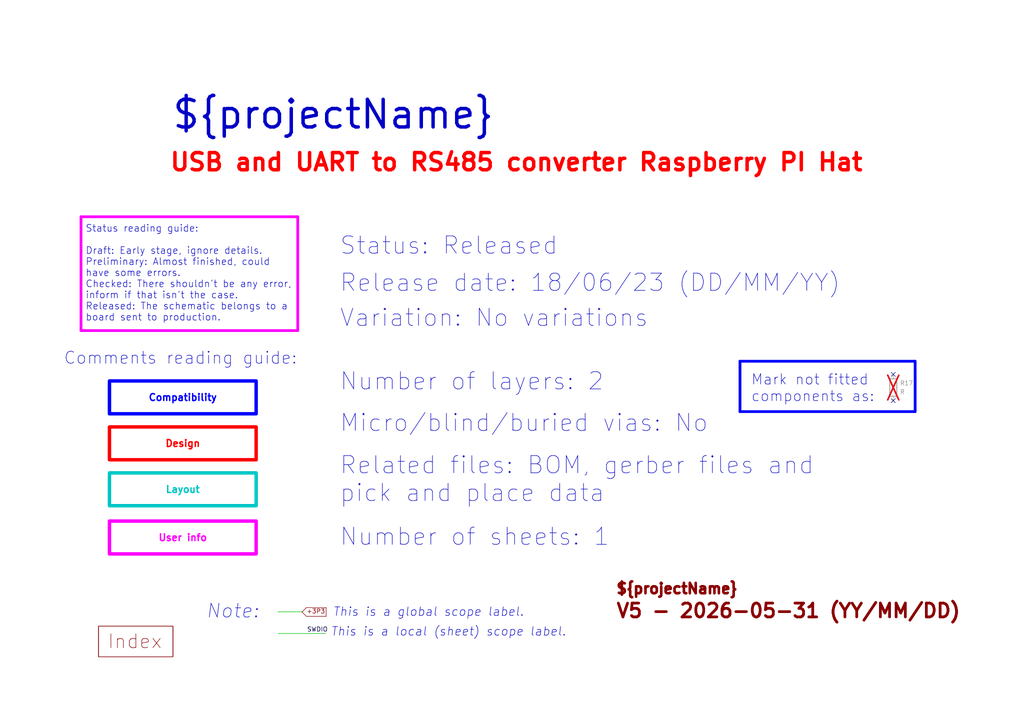
<source format=kicad_sch>
(kicad_sch (version 20230121) (generator eeschema)
  (paper "A4")
  (title_block (title "${boardName} - ${coverName}") (date "2023-06-18") (rev "V5"))
  (lib_symbols
    (symbol "Device:R" (pin_numbers hide) (pin_names (offset 0))
      (property "Reference" "R" (at 2.032 0 90))
      (property "Value" "R" (at 0 0 90))
      (symbol "R_0_1"
        (rectangle (start -1.016 -2.54) (end 1.016 2.54) (stroke (width 0.254)))
      )
      (symbol "R_1_1"
        (pin passive line (at 0 3.81 270) (length 1.27) (name "~") (number "1"))
        (pin passive line (at 0 -3.81 90) (length 1.27) (name "~") (number "2"))
      )
    )
  )
  (no_connect (at 259.08 116.205))
  (no_connect (at 259.08 108.585))
  (polyline (pts (xy 87.6046 177.4952) (xy 88.8746 176.2252)) (stroke (width 0) (color 132 0 0 1)))
  (polyline (pts (xy 87.6046 177.4952) (xy 88.8746 178.7652)) (stroke (width 0) (color 132 0 0 1)))
  (polyline (pts (xy 88.8746 178.7652) (xy 94.5896 178.7652)) (stroke (width 0) (color 132 0 0 1)))
  (polyline (pts (xy 94.5896 176.2252) (xy 94.5896 178.1302)) (stroke (width 0) (color 132 0 0 1)))
  (polyline (pts (xy 214.63 104.775) (xy 265.43 104.775)) (stroke (width 0.8) (type solid) (color 0 0 255 1)))
  (polyline (pts (xy 94.5896 178.1302) (xy 94.5896 178.7652)) (stroke (width 0) (color 132 0 0 1)))
  (polyline (pts (xy 23.495 95.885) (xy 23.495 62.865)) (stroke (width 0.8) (color 255 0 255 1)))
  (polyline (pts (xy 80.645 183.7436) (xy 94.5388 183.7436)) (stroke (width 0) (color 0 194 0 1)))
  (polyline (pts (xy 80.5942 177.4444) (xy 87.6046 177.4444)) (stroke (width 0) (color 0 194 0 1)))
  (polyline (pts (xy 86.36 95.885) (xy 23.495 95.885)) (stroke (width 0.8) (color 255 0 255 1)))
  (polyline (pts (xy 265.43 119.38) (xy 214.63 119.38)) (stroke (width 0.8) (type solid) (color 0 0 255 1)))
  (polyline (pts (xy 265.43 104.775) (xy 265.43 119.38)) (stroke (width 0.8) (type solid) (color 0 0 255 1)))
  (polyline (pts (xy 23.495 62.865) (xy 86.36 62.865)) (stroke (width 0.8) (color 255 0 255 1)))
  (polyline (pts (xy 86.36 62.865) (xy 86.36 95.885)) (stroke (width 0.8) (color 255 0 255 1)))
  (polyline (pts (xy 214.63 119.38) (xy 214.63 104.775)) (stroke (width 0.8) (type solid) (color 0 0 255 1)))
  (polyline (pts (xy 88.8746 176.2252) (xy 94.5896 176.2252)) (stroke (width 0) (color 132 0 0 1)))
  (text_box "Design" (at 31.75 123.825 0) (size 42.545 9.525) (stroke (width 1) (color 255 0 0 1)) (effects (font (size 2 2) (thickness 0.4) bold)))
  (text_box "Compatibility" (at 31.75 110.49 0) (size 42.545 9.525) (stroke (width 1) (color 0 0 255 1)) (effects (font (size 2 2) (thickness 0.4) bold)))
  (text_box "User info" (at 31.75 151.13 0) (size 42.545 9.525) (stroke (width 1) (color 255 0 255 1)) (effects (font (size 2 2) (thickness 0.4) bold)))
  (text_box "Layout" (at 31.75 137.16 0) (size 42.545 9.525) (stroke (width 1) (color 0 194 194 1)) (effects (font (size 2 2) (thickness 0.4) bold)))
  (text "Variation: No variations" (at 98.425 95.25 0) (effects (font (size 5 5)) (justify left bottom)))
  (text "${REVISION} - ${CURRENT_DATE} (YY/MM/DD)" (at 178.435 179.705 0) (effects (font (size 4 4) (thickness 0.8) bold) (justify left bottom)))
  (text "Status reading guide:\n\nDraft: Early stage, ignore details.\nPreliminary: Almost finished, could\nhave some errors.\nChecked: There shouldn't be any error,\ninform if that isn't the case.\nReleased: The schematic belongs to a \nboard sent to production." (at 24.765 93.345 0) (effects (font (size 2 2)) (justify left bottom)))
  (text "${projectName}" (at 49.53 38.1 0) (effects (font (size 8 8) (thickness 1) bold) (justify left bottom)))
  (text "This is a global scope label." (at 96.52 179.07 0) (effects (font (size 2.5 2.5) italic) (justify left bottom)))
  (text "Micro/blind/buried vias: No" (at 98.425 125.73 0) (effects (font (size 5 5)) (justify left bottom)))
  (text "Status: Released" (at 98.425 74.295 0) (effects (font (size 5 5)) (justify left bottom)))
  (text "Comments reading guide:" (at 18.415 106.045 0) (effects (font (size 3.5 3.5)) (justify left bottom)))
  (text "Note:" (at 59.69 179.705 0) (effects (font (size 4 4) italic) (justify left bottom)))
  (text "USB and UART to RS485 converter Raspberry PI Hat" (at 48.895 50.165 0) (effects (font (size 5 5) (thickness 1) bold) (justify left bottom)))
  (text "Related files: BOM, gerber files and\npick and place data" (at 98.425 146.05 0) (effects (font (size 5 5)) (justify left bottom)))
  (text "Number of sheets: 1" (at 98.425 158.75 0) (effects (font (size 5 5)) (justify left bottom)))
  (text "This is a local (sheet) scope label." (at 95.885 184.785 0) (effects (font (size 2.5 2.5) italic) (justify left bottom)))
  (text "SWDIO" (at 89.027 183.4896 0) (effects (font (size 1.27 1.27)) (justify left bottom)))
  (text "Index" (at 31.115 188.595 0) (effects (font (size 4 4)) (justify left bottom)))
  (text "+3P3" (at 88.8746 178.2572 0) (effects (font (size 1.27 1.27)) (justify left bottom)))
  (text "Mark not fitted\ncomponents as:" (at 217.805 116.84 0) (effects (font (size 3 3)) (justify left bottom)))
  (text "Number of layers: 2" (at 98.425 113.665 0) (effects (font (size 5 5)) (justify left bottom)))
  (text "Release date: 18/06/23 (DD/MM/YY)" (at 98.425 85.09 0) (effects (font (size 5 5)) (justify left bottom)))
  (text "${projectName}" (at 178.435 172.72 0) (effects (font (size 3 3) (thickness 0.8) bold) (justify left bottom)))
  (symbol (lib_id "Device:R") (at 259.08 112.395 0) (unit 1) (in_bom no) (on_board no) (dnp yes)
    (property "Reference" "R17" (at 260.985 111.125 0) (effects (justify left)))
    (property "Value" "R" (at 260.985 113.665 0) (effects (justify left)))
    (property "Sim.Enable" "0" (effects hide))
  )
  (sheet (at 28.575 181.61) (size 21.59 8.89) (stroke (width 0.1524))
    (property "Sheetname" "index" (effects hide))
    (property "Sheetfile" "index.kicad_sch" (effects hide))
  )
)
</source>
